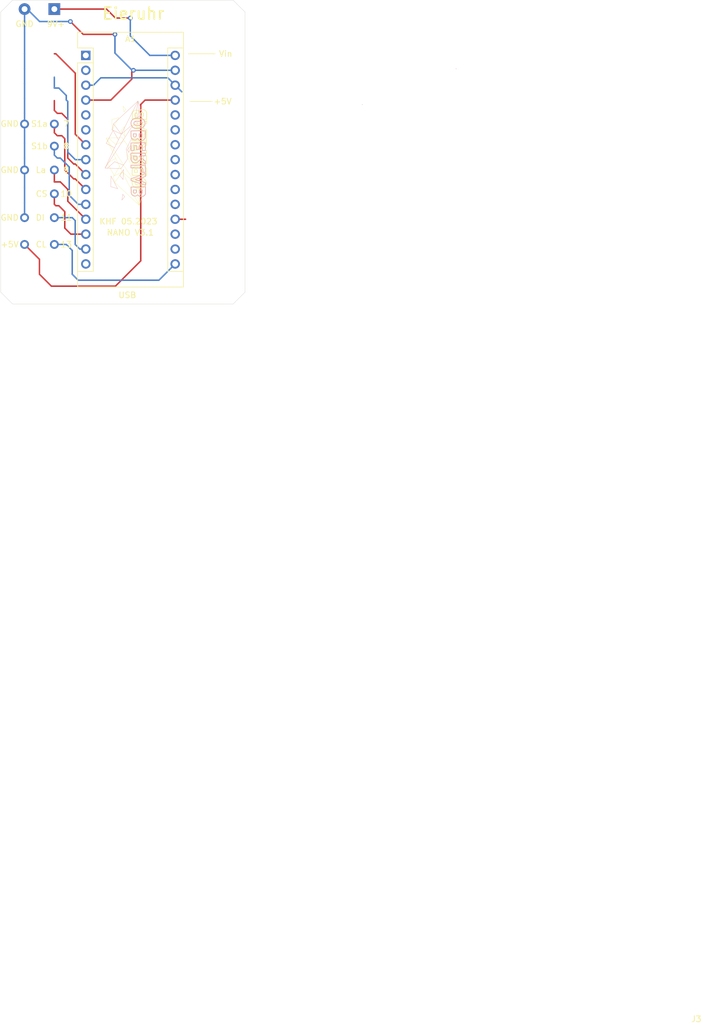
<source format=kicad_pcb>
(kicad_pcb (version 20221018) (generator pcbnew)
  (layers (0 "F.Cu" signal) (31 "B.Cu" signal) (34 "B.Paste" user) (35 "F.Paste" user) (36 "B.SilkS" user "B.Silkscreen") (37 "F.SilkS" user "F.Silkscreen") (38 "B.Mask" user) (39 "F.Mask" user) (44 "Edge.Cuts" user))
  (net 0 "")
  (net 1 "Net-(A1-Pad1)")
  (net 2 "Net-(A1-Pad17)")
  (net 3 "Net-(A1-Pad2)")
  (net 4 "Net-(A1-Pad18)")
  (net 5 "Net-(A1-Pad28)")
  (net 6 "Net-(A1-Pad19)")
  (net 7 "Net-(A1-Pad29)")
  (net 8 "Net-(A1-Pad20)")
  (net 9 "Net-(A1-Pad5)")
  (net 10 "Net-(A1-Pad21)")
  (net 11 "Net-(A1-Pad6)")
  (net 12 "Net-(A1-Pad22)")
  (net 13 "Net-(A1-Pad7)")
  (net 14 "Net-(A1-Pad23)")
  (net 15 "Net-(A1-Pad8)")
  (net 16 "Net-(A1-Pad24)")
  (net 17 "Net-(A1-Pad9)")
  (net 18 "Net-(A1-Pad25)")
  (net 19 "Net-(A1-Pad10)")
  (net 20 "Net-(A1-Pad26)")
  (net 21 "Net-(A1-Pad11)")
  (net 22 "Net-(A1-Pad27)")
  (net 23 "Net-(A1-Pad12)")
  (net 24 "Net-(A1-Pad13)")
  (net 25 "Net-(A1-Pad14)")
  (net 26 "Net-(A1-Pad30)")
  (net 27 "Net-(A1-Pad15)")
  (net 28 "Net-(A1-Pad16)")
  (footprint "Module:Arduino_Nano" (layer "F.Cu") (at 121.951001 312.695001)
    (fp_text reference "A1" (at 7.62 -2.815001) (layer "F.SilkS"))
    (fp_text value "Arduino_Nano_v3.x")
    (fp_line (start -1.4 -3.94) (end -1.4 -1.27) (stroke (width 0.12)) (layer "F.SilkS"))
    (fp_line (start -1.4 1.27) (end -1.4 39.5) (stroke (width 0.12)) (layer "F.SilkS"))
    (fp_line (start -1.4 39.5) (end 16.64 39.5) (stroke (width 0.12)) (layer "F.SilkS"))
    (fp_line (start 1.27 -1.27) (end -1.4 -1.27) (stroke (width 0.12)) (layer "F.SilkS"))
    (fp_line (start 1.27 1.27) (end -1.4 1.27) (stroke (width 0.12)) (layer "F.SilkS"))
    (fp_line (start 1.27 1.27) (end 1.27 -1.27) (stroke (width 0.12)) (layer "F.SilkS"))
    (fp_line (start 1.27 1.27) (end 1.27 36.83) (stroke (width 0.12)) (layer "F.SilkS"))
    (fp_line (start 1.27 36.83) (end -1.4 36.83) (stroke (width 0.12)) (layer "F.SilkS"))
    (fp_line (start 13.97 -1.27) (end 13.97 36.83) (stroke (width 0.12)) (layer "F.SilkS"))
    (fp_line (start 13.97 -1.27) (end 16.64 -1.27) (stroke (width 0.12)) (layer "F.SilkS"))
    (fp_line (start 13.97 36.83) (end 16.64 36.83) (stroke (width 0.12)) (layer "F.SilkS"))
    (fp_line (start 16.64 -3.94) (end -1.4 -3.94) (stroke (width 0.12)) (layer "F.SilkS"))
    (fp_line (start 16.64 39.5) (end 16.64 -3.94) (stroke (width 0.12)) (layer "F.SilkS"))
    (pad "1" thru_hole rect (at 0 0) (size 1.6 1.6) (drill 1) (layers "*.Cu" "*.Mask") (net 1 "Net-(A1-Pad1)"))
    (pad "2" thru_hole oval (at 0 2.54) (size 1.6 1.6) (drill 1) (layers "*.Cu" "*.Mask") (net 3 "Net-(A1-Pad2)"))
    (pad "3" thru_hole oval (at 0 5.08) (size 1.6 1.6) (drill 1) (layers "*.Cu" "*.Mask") (net 5 "Net-(A1-Pad28)"))
    (pad "4" thru_hole oval (at 0 7.62) (size 1.6 1.6) (drill 1) (layers "*.Cu" "*.Mask") (net 7 "Net-(A1-Pad29)"))
    (pad "5" thru_hole oval (at 0 10.16) (size 1.6 1.6) (drill 1) (layers "*.Cu" "*.Mask") (net 9 "Net-(A1-Pad5)"))
    (pad "6" thru_hole oval (at 0 12.7) (size 1.6 1.6) (drill 1) (layers "*.Cu" "*.Mask") (net 11 "Net-(A1-Pad6)"))
    (pad "7" thru_hole oval (at 0 15.24) (size 1.6 1.6) (drill 1) (layers "*.Cu" "*.Mask") (net 13 "Net-(A1-Pad7)"))
    (pad "8" thru_hole oval (at 0 17.78) (size 1.6 1.6) (drill 1) (layers "*.Cu" "*.Mask") (net 15 "Net-(A1-Pad8)"))
    (pad "9" thru_hole oval (at 0 20.32) (size 1.6 1.6) (drill 1) (layers "*.Cu" "*.Mask") (net 17 "Net-(A1-Pad9)"))
    (pad "10" thru_hole oval (at 0 22.86) (size 1.6 1.6) (drill 1) (layers "*.Cu" "*.Mask") (net 19 "Net-(A1-Pad10)"))
    (pad "11" thru_hole oval (at 0 25.4) (size 1.6 1.6) (drill 1) (layers "*.Cu" "*.Mask") (net 21 "Net-(A1-Pad11)"))
    (pad "12" thru_hole oval (at 0 27.94) (size 1.6 1.6) (drill 1) (layers "*.Cu" "*.Mask") (net 23 "Net-(A1-Pad12)"))
    (pad "13" thru_hole oval (at 0 30.48) (size 1.6 1.6) (drill 1) (layers "*.Cu" "*.Mask") (net 24 "Net-(A1-Pad13)"))
    (pad "14" thru_hole oval (at 0 33.02) (size 1.6 1.6) (drill 1) (layers "*.Cu" "*.Mask") (net 25 "Net-(A1-Pad14)"))
    (pad "15" thru_hole oval (at 0 35.56) (size 1.6 1.6) (drill 1) (layers "*.Cu" "*.Mask") (net 27 "Net-(A1-Pad15)"))
    (pad "16" thru_hole oval (at 15.24 35.56) (size 1.6 1.6) (drill 1) (layers "*.Cu" "*.Mask") (net 28 "Net-(A1-Pad16)"))
    (pad "17" thru_hole oval (at 15.24 33.02) (size 1.6 1.6) (drill 1) (layers "*.Cu" "*.Mask") (net 2 "Net-(A1-Pad17)"))
    (pad "18" thru_hole oval (at 15.24 30.48) (size 1.6 1.6) (drill 1) (layers "*.Cu" "*.Mask") (net 4 "Net-(A1-Pad18)"))
    (pad "19" thru_hole oval (at 15.24 27.94) (size 1.6 1.6) (drill 1) (layers "*.Cu" "*.Mask") (net 6 "Net-(A1-Pad19)"))
    (pad "20" thru_hole oval (at 15.24 25.4) (size 1.6 1.6) (drill 1) (layers "*.Cu" "*.Mask") (net 8 "Net-(A1-Pad20)"))
    (pad "21" thru_hole oval (at 15.24 22.86) (size 1.6 1.6) (drill 1) (layers "*.Cu" "*.Mask") (net 10 "Net-(A1-Pad21)"))
    (pad "22" thru_hole oval (at 15.24 20.32) (size 1.6 1.6) (drill 1) (layers "*.Cu" "*.Mask") (net 12 "Net-(A1-Pad22)"))
    (pad "23" thru_hole oval (at 15.24 17.78) (size 1.6 1.6) (drill 1) (layers "*.Cu" "*.Mask") (net 14 "Net-(A1-Pad23)"))
    (pad "24" thru_hole oval (at 15.24 15.24) (size 1.6 1.6) (drill 1) (layers "*.Cu" "*.Mask") (net 16 "Net-(A1-Pad24)"))
    (pad "25" thru_hole oval (at 15.24 12.7) (size 1.6 1.6) (drill 1) (layers "*.Cu" "*.Mask") (net 18 "Net-(A1-Pad25)"))
    (pad "26" thru_hole oval (at 15.24 10.16) (size 1.6 1.6) (drill 1) (layers "*.Cu" "*.Mask") (net 20 "Net-(A1-Pad26)"))
    (pad "27" thru_hole oval (at 15.24 7.62) (size 1.6 1.6) (drill 1) (layers "*.Cu" "*.Mask") (net 22 "Net-(A1-Pad27)"))
    (pad "28" thru_hole oval (at 15.24 5.08) (size 1.6 1.6) (drill 1) (layers "*.Cu" "*.Mask") (net 5 "Net-(A1-Pad28)"))
    (pad "29" thru_hole oval (at 15.24 2.54) (size 1.6 1.6) (drill 1) (layers "*.Cu" "*.Mask") (net 7 "Net-(A1-Pad29)"))
    (pad "30" thru_hole oval (at 15.24 0) (size 1.6 1.6) (drill 1) (layers "*.Cu" "*.Mask") (net 26 "Net-(A1-Pad30)"))
  )
  (footprint "KHF_LIB:9VBAT_khf" (layer "F.Cu") (at 111.506 304.8)
    (fp_text reference "GND" (at 0 2.54) (layer "F.SilkS"))
    (fp_text value "9VBat")
    (pad "1" thru_hole circle (at 0 0) (size 2 2) (drill 1) (layers "*.Cu" "*.Mask") (net 7 "Net-(A1-Pad29)"))
    (pad "2" thru_hole rect (at 5.08 0) (size 2 2) (drill 1) (layers "*.Cu" "*.Mask") (net 26 "Net-(A1-Pad30)"))
  )
  (footprint "!Goody:LP_rund" (layer "F.Cu") (at 116.586 336.296)
    (fp_text reference "LP_rund")
    (fp_text value "LP_rund")
    (pad "1" thru_hole circle (at 0 0) (size 1.5 1.5) (drill 0.9) (layers "*.Cu" "*.Mask") (net 24 "Net-(A1-Pad13)"))
  )
  (footprint "!Goody:ob-logo_F.SilkS" (layer "F.Cu") (at 130.048 329.692 90)
    (fp_text reference "G***" hide)
    (fp_text value "LOGO" hide)
    (fp_poly (pts (xy 8.544723 39.045226) (xy 8.608542 39.109045) (xy 8.672361 39.045226) (xy 8.608542 38.981407) (xy 8.544723 39.045226)) (stroke (width 0.01)) (fill solid) (layer "B.SilkS"))
    (fp_line (start -8.55 1) (end -7.225 1.475) (stroke (width 0.05)) (layer "F.SilkS"))
    (fp_line (start -8.55 1) (end -5.65 0.525) (stroke (width 0.05)) (layer "F.SilkS"))
    (fp_line (start -8.55 1) (end -4.65 -3.175) (stroke (width 0.05)) (layer "F.SilkS"))
    (fp_line (start -7.225 1.475) (end -6.4 1.125) (stroke (width 0.05)) (layer "F.SilkS"))
    (fp_line (start -6.15 1.525) (end -5.575 0.725) (stroke (width 0.05)) (layer "F.SilkS"))
    (fp_line (start -5.875 1.15) (end -8.55 1) (stroke (width 0.05)) (layer "F.SilkS"))
    (fp_line (start -5.65 0.525) (end -5.875 1.15) (stroke (width 0.05)) (layer "F.SilkS"))
    (fp_line (start -5.6 1.25) (end -6.15 1.525) (stroke (width 0.05)) (layer "F.SilkS"))
    (fp_line (start -5.6 1.35) (end -5.6 0.65) (stroke (width 0.12)) (layer "F.SilkS"))
    (fp_line (start -5.1 0.65) (end -5.1 1.35) (stroke (width 0.12)) (layer "F.SilkS"))
    (fp_line (start -5.05 0.5) (end -4.725 0.9) (stroke (width 0.05)) (layer "F.SilkS"))
    (fp_line (start -4.725 0.9) (end -5.1 1.075) (stroke (width 0.05)) (layer "F.SilkS"))
    (fp_line (start -4.65 -3.175) (end -3.625 -3.425) (stroke (width 0.05)) (layer "F.SilkS"))
    (fp_line (start -4.65 -3.175) (end -2.9 -1.85) (stroke (width 0.05)) (layer "F.SilkS"))
    (fp_line (start -4.4 0.65) (end -4.4 1.3) (stroke (width 0.12)) (layer "F.SilkS"))
    (fp_line (start -4.2 -0.025) (end 2.9 -4.625) (stroke (width 0.05)) (layer "F.SilkS"))
    (fp_line (start -3.9 0.65) (end -3.9 1.35) (stroke (width 0.12)) (layer "F.SilkS"))
    (fp_line (start -3.625 -3.425) (end -2.9 -1.85) (stroke (width 0.05)) (layer "F.SilkS"))
    (fp_line (start -3.525 -3.25) (end -1.95 -2.35) (stroke (width 0.05)) (layer "F.SilkS"))
    (fp_line (start -3.5 2.25) (end -2.3 2.25) (stroke (width 0.12)) (layer "F.SilkS"))
    (fp_line (start -3.45 -0.2) (end -3.5 2.25) (stroke (width 0.12)) (layer "F.SilkS"))
    (fp_line (start -2.95 0.2) (end -2.7 0.2) (stroke (width 0.12)) (layer "F.SilkS"))
    (fp_line (start -2.95 0.25) (end -2.95 0.7) (stroke (width 0.12)) (layer "F.SilkS"))
    (fp_line (start -2.95 0.7) (end -2.65 0.7) (stroke (width 0.12)) (layer "F.SilkS"))
    (fp_line (start -2.95 1.2) (end -2.95 1.7) (stroke (width 0.12)) (layer "F.SilkS"))
    (fp_line (start -2.95 1.7) (end -2.5 1.7) (stroke (width 0.12)) (layer "F.SilkS"))
    (fp_line (start -2.949999 1.19505) (end -2.549999 1.19505) (stroke (width 0.12)) (layer "F.SilkS"))
    (fp_line (start -2.9 -1.85) (end -8.55 1) (stroke (width 0.05)) (layer "F.SilkS"))
    (fp_line (start -2.9 -1.85) (end -4.375 -0.125) (stroke (width 0.05)) (layer "F.SilkS"))
    (fp_line (start -2.55 -0.186395) (end -3.45 -0.2) (stroke (width 0.12)) (layer "F.SilkS"))
    (fp_line (start -1.45 2.25) (end -1.35 2.25) (stroke (width 0.12)) (layer "F.SilkS"))
    (fp_line (start -1.4 -0.2) (end -1.45 2.25) (stroke (width 0.12)) (layer "F.SilkS"))
    (fp_line (start -1.35 2.25) (end -0.1 2.25) (stroke (width 0.12)) (layer "F.SilkS"))
    (fp_line (start -1.325 -4.425) (end -3.525 -3.25) (stroke (width 0.05)) (layer "F.SilkS"))
    (fp_line (start -1.325 -4.425) (end -0.575 -3) (stroke (width 0.05)) (layer "F.SilkS"))
    (fp_line (start -0.975 -0.225) (end -0.2 -0.825) (stroke (width 0.05)) (layer "F.SilkS"))
    (fp_line (start -0.95 0.3) (end -0.1 0.3) (stroke (width 0.12)) (layer "F.SilkS"))
    (fp_line (start -0.95 0.75) (end -0.95 0.3) (stroke (width 0.12)) (layer "F.SilkS"))
    (fp_line (start -0.95 1.2) (end -0.3 1.2) (stroke (width 0.12)) (layer "F.SilkS"))
    (fp_line (start -0.95 1.75) (end -0.95 1.2) (stroke (width 0.12)) (layer "F.SilkS"))
    (fp_line (start -0.575 -3) (end -2.9 -1.85) (stroke (width 0.05)) (layer "F.SilkS"))
    (fp_line (start -0.575 -3) (end 2.9 -4.625) (stroke (width 0.05)) (layer "F.SilkS"))
    (fp_line (start -0.325 -1) (end -2.15 -0.1) (stroke (width 0.05)) (layer "F.SilkS"))
    (fp_line (start -0.3 0.75) (end -0.95 0.75) (stroke (width 0.12)) (layer "F.SilkS"))
    (fp_line (start -0.3 1.2) (end -0.3 0.75) (stroke (width 0.12)) (layer "F.SilkS"))
    (fp_line (start -0.2 -0.825) (end 0.2 -0.55) (stroke (width 0.05)) (layer "F.SilkS"))
    (fp_line (start -0.1 -0.2) (end -1.4 -0.2) (stroke (width 0.12)) (layer "F.SilkS"))
    (fp_line (start -0.1 0.3) (end -0.1 -0.2) (stroke (width 0.12)) (layer "F.SilkS"))
    (fp_line (start -0.1 1.75) (end -0.95 1.75) (stroke (width 0.12)) (layer "F.SilkS"))
    (fp_line (start -0.1 2.25) (end -0.1 1.75) (stroke (width 0.12)) (layer "F.SilkS"))
    (fp_line (start 0.2 -0.55) (end -0.775 -0.2) (stroke (width 0.05)) (layer "F.SilkS"))
    (fp_line (start 0.35 -0.2) (end 0.35 2.25) (stroke (width 0.12)) (layer "F.SilkS"))
    (fp_line (start 0.35 2.25) (end 0.8 2.25) (stroke (width 0.12)) (layer "F.SilkS"))
    (fp_line (start 0.8 1.3) (end 0.95 1.3) (stroke (width 0.12)) (layer "F.SilkS"))
    (fp_line (start 0.8 2.25) (end 0.8 1.3) (stroke (width 0.12)) (layer "F.SilkS"))
    (fp_line (start 0.85 0.25) (end 0.85 0.8) (stroke (width 0.12)) (layer "F.SilkS"))
    (fp_line (start 0.85 0.8) (end 1.35 0.8) (stroke (width 0.12)) (layer "F.SilkS"))
    (fp_line (start 0.95 1.3) (end 1.7 2.25) (stroke (width 0.12)) (layer "F.SilkS"))
    (fp_line (start 1.3 0.25) (end 0.85 0.25) (stroke (width 0.12)) (layer "F.SilkS"))
    (fp_line (start 1.35 -0.775) (end -0.325 -1) (stroke (width 0.05)) (layer "F.SilkS"))
    (fp_line (start 1.458731 -0.205406) (end 0.35 -0.2) (stroke (width 0.12)) (layer "F.SilkS"))
    (fp_line (start 1.7 2.25) (end 2.1 2.25) (stroke (width 0.12)) (layer "F.SilkS"))
    (fp_line (start 1.8 -3) (end 2.375 -1.5) (stroke (width 0.05)) (layer "F.SilkS"))
    (fp_line (start 2.1 2.25) (end 2.2 2.25) (stroke (width 0.12)) (layer "F.SilkS"))
    (fp_line (start 2.2 2.25) (end 1.5 1.3) (stroke (width 0.12)) (layer "F.SilkS"))
    (fp_line (start 2.375 2.25) (end 2.4 -0.2) (stroke (width 0.12)) (layer "F.SilkS"))
    (fp_line (start 2.4 -0.2) (end 2.85 -0.2) (stroke (width 0.12)) (layer "F.SilkS"))
    (fp_line (start 2.85 -0.2) (end 2.875 1.8) (stroke (width 0.12)) (layer "F.SilkS"))
    (fp_line (start 2.875 1.8) (end 3.625 1.8) (stroke (width 0.12)) (layer "F.SilkS"))
    (fp_line (start 2.9 -4.625) (end 2.975 -1.9) (stroke (width 0.05)) (layer "F.SilkS"))
    (fp_line (start 2.925 -4.225) (end 1.8 -3) (stroke (width 0.05)) (layer "F.SilkS"))
    (fp_line (start 2.975 -1.9) (end 1.35 -0.775) (stroke (width 0.05)) (layer "F.SilkS"))
    (fp_line (start 3.125 -1.45) (end 4.125 -2.125) (stroke (width 0.05)) (layer "F.SilkS"))
    (fp_line (start 3.625 1.8) (end 3.625 2.25) (stroke (width 0.12)) (layer "F.SilkS"))
    (fp_line (start 3.625 2.25) (end 2.375 2.25) (stroke (width 0.12)) (layer "F.SilkS"))
    (fp_line (start 4.125 -2.125) (end 4.825 -1.55) (stroke (width 0.05)) (layer "F.SilkS"))
    (fp_line (start 4.25 -3.6) (end 6.4 -2.475) (stroke (width 0.05)) (layer "F.SilkS"))
    (fp_line (start 4.3 2.275) (end 3.8 2.275) (stroke (width 0.12)) (layer "F.SilkS"))
    (fp_line (start 4.3 2.275) (end 4.55 1.675) (stroke (width 0.12)) (layer "F.SilkS"))
    (fp_line (start 4.55 1.675) (end 5.15 1.675) (stroke (width 0.12)) (layer "F.SilkS"))
    (fp_line (start 4.575 1.275) (end 5.075 1.275) (stroke (width 0.12)) (layer "F.SilkS"))
    (fp_line (start 4.7 -0.175) (end 3.8 2.275) (stroke (width 0.12)) (layer "F.SilkS"))
    (fp_line (start 4.825 -1.55) (end 3.15 -1.45) (stroke (width 0.05)) (layer "F.SilkS"))
    (fp_line (start 4.85 0.525) (end 4.575 1.275) (stroke (width 0.12)) (layer "F.SilkS"))
    (fp_line (start 5.025 -0.175) (end 4.7 -0.175) (stroke (width 0.12)) (layer "F.SilkS"))
    (fp_line (start 5.075 1.275) (end 4.85 0.525) (stroke (width 0.12)) (layer "F.SilkS"))
    (fp_line (start 5.15 1.675) (end 5.4 2.275) (stroke (width 0.12)) (layer "F.SilkS"))
    (fp_line (start 5.4 2.275) (end 5.8 2.275) (stroke (width 0.12)) (layer "F.SilkS"))
    (fp_line (start 5.8 2.275) (end 5.025 -0.175) (stroke (width 0.12)) (layer "F.SilkS"))
    (fp_line (start 6.05 -3.65) (end 4.25 -3.6) (stroke (width 0.05)) (layer "F.SilkS"))
    (fp_line (start 6.075 2.275) (end 7.275 2.275) (stroke (width 0.12)) (layer "F.SilkS"))
    (fp_line (start 6.125 -0.175) (end 6.075 2.275) (stroke (width 0.12)) (layer "F.SilkS"))
    (fp_line (start 6.4 -2.475) (end 6.05 -3.65) (stroke (width 0.05)) (layer "F.SilkS"))
    (fp_line (start 6.625 0.225) (end 6.875 0.225) (stroke (width 0.12)) (layer "F.SilkS"))
    (fp_line (start 6.625 0.275) (end 6.625 0.725) (stroke (width 0.12)) (layer "F.SilkS"))
    (fp_line (start 6.625 0.725) (end 6.925 0.725) (stroke (width 0.12)) (layer "F.SilkS"))
    (fp_line (start 6.625 1.225) (end 6.625 1.725) (stroke (width 0.12)) (layer "F.SilkS"))
    (fp_line (start 6.625 1.725) (end 7.075 1.725) (stroke (width 0.12)) (layer "F.SilkS"))
    (fp_line (start 6.625001 1.22005) (end 7.025001 1.22005) (stroke (width 0.12)) (layer "F.SilkS"))
    (fp_line (start 7.025 -0.161395) (end 6.125 -0.175) (stroke (width 0.12)) (layer "F.SilkS"))
    (fp_line (start 7.35 -1.6) (end 8.35 -1.75) (stroke (width 0.05)) (layer "F.SilkS"))
    (fp_line (start 7.775 -1.275) (end 7.35 -1.6) (stroke (width 0.05)) (layer "F.SilkS"))
    (fp_line (start 8.35 -1.75) (end 7.775 -1.275) (stroke (width 0.05)) (layer "F.SilkS"))
    (fp_arc (start -5.6 0.65) (mid -4.75 -0.2) (end -3.9 0.65) (stroke (width 0.12)) (layer "F.SilkS"))
    (fp_arc (start -5.1 0.65) (mid -4.75 0.3) (end -4.4 0.65) (stroke (width 0.12)) (layer "F.SilkS"))
    (fp_arc (start -4.4 1.35) (mid -4.75 1.7) (end -5.1 1.35) (stroke (width 0.12)) (layer "F.SilkS"))
    (fp_arc (start -3.9 1.35) (mid -4.75 2.2) (end -5.6 1.35) (stroke (width 0.12)) (layer "F.SilkS"))
    (fp_arc (start -2.710634 0.207464) (mid -2.401873 0.419454) (end -2.65 0.7) (stroke (width 0.12)) (layer "F.SilkS"))
    (fp_arc (start -2.55 -0.186395) (mid -1.962048 0.206462) (end -2.100001 0.899999) (stroke (width 0.12)) (layer "F.SilkS"))
    (fp_arc (start -2.549999 1.19505) (mid -2.296291 1.424879) (end -2.500001 1.699999) (stroke (width 0.12)) (layer "F.SilkS"))
    (fp_arc (start -2.123744 0.941063) (mid -1.813346 1.649195) (end -2.300001 2.249999) (stroke (width 0.12)) (layer "F.SilkS"))
    (fp_arc (start 1.349999 0.250001) (mid 1.527075 0.525) (end 1.349999 0.799999) (stroke (width 0.12)) (layer "F.SilkS"))
    (fp_arc (start 1.458731 -0.205406) (mid 1.991844 0.516428) (end 1.474999 1.249999) (stroke (width 0.12)) (layer "F.SilkS"))
    (fp_arc (start 6.864366 0.232464) (mid 7.173127 0.444454) (end 6.925 0.725) (stroke (width 0.12)) (layer "F.SilkS"))
    (fp_arc (start 7.025 -0.161395) (mid 7.612952 0.231462) (end 7.474999 0.924999) (stroke (width 0.12)) (layer "F.SilkS"))
    (fp_arc (start 7.025001 1.22005) (mid 7.278709 1.449879) (end 7.074999 1.724999) (stroke (width 0.12)) (layer "F.SilkS"))
    (fp_arc (start 7.451256 0.966063) (mid 7.761654 1.674195) (end 7.274999 2.274999) (stroke (width 0.12)) (layer "F.SilkS"))
  )
  (footprint "!Goody:ob-logo_B.SilkS" (layer "F.Cu") (at 146.05 323.596 90)
    (fp_text reference "G***" hide)
    (fp_text value "LOGO" hide)
    (fp_line (start -13.775 -17.95) (end -13.2 -17.475) (stroke (width 0.05)) (layer "B.SilkS"))
    (fp_line (start -13.2 -17.475) (end -12.775 -17.8) (stroke (width 0.05)) (layer "B.SilkS"))
    (fp_line (start -12.775 -17.8) (end -13.775 -17.95) (stroke (width 0.05)) (layer "B.SilkS"))
    (fp_line (start -12.45 -16.361395) (end -11.55 -16.375) (stroke (width 0.12)) (layer "B.SilkS"))
    (fp_line (start -12.050001 -14.97995) (end -12.450001 -14.97995) (stroke (width 0.12)) (layer "B.SilkS"))
    (fp_line (start -12.05 -15.975) (end -12.3 -15.975) (stroke (width 0.12)) (layer "B.SilkS"))
    (fp_line (start -12.05 -15.925) (end -12.05 -15.475) (stroke (width 0.12)) (layer "B.SilkS"))
    (fp_line (start -12.05 -15.475) (end -12.35 -15.475) (stroke (width 0.12)) (layer "B.SilkS"))
    (fp_line (start -12.05 -14.975) (end -12.05 -14.475) (stroke (width 0.12)) (layer "B.SilkS"))
    (fp_line (start -12.05 -14.475) (end -12.5 -14.475) (stroke (width 0.12)) (layer "B.SilkS"))
    (fp_line (start -11.825 -18.675) (end -11.475 -19.85) (stroke (width 0.05)) (layer "B.SilkS"))
    (fp_line (start -11.55 -16.375) (end -11.5 -13.925) (stroke (width 0.12)) (layer "B.SilkS"))
    (fp_line (start -11.5 -13.925) (end -12.7 -13.925) (stroke (width 0.12)) (layer "B.SilkS"))
    (fp_line (start -11.475 -19.85) (end -9.675 -19.8) (stroke (width 0.05)) (layer "B.SilkS"))
    (fp_line (start -11.225 -13.925) (end -10.45 -16.375) (stroke (width 0.12)) (layer "B.SilkS"))
    (fp_line (start -10.825 -13.925) (end -11.225 -13.925) (stroke (width 0.12)) (layer "B.SilkS"))
    (fp_line (start -10.575 -14.525) (end -10.825 -13.925) (stroke (width 0.12)) (layer "B.SilkS"))
    (fp_line (start -10.5 -14.925) (end -10.275 -15.675) (stroke (width 0.12)) (layer "B.SilkS"))
    (fp_line (start -10.45 -16.375) (end -10.125 -16.375) (stroke (width 0.12)) (layer "B.SilkS"))
    (fp_line (start -10.275 -15.675) (end -10 -14.925) (stroke (width 0.12)) (layer "B.SilkS"))
    (fp_line (start -10.25 -17.75) (end -8.575 -17.65) (stroke (width 0.05)) (layer "B.SilkS"))
    (fp_line (start -10.125 -16.375) (end -9.225 -13.925) (stroke (width 0.12)) (layer "B.SilkS"))
    (fp_line (start -10 -14.925) (end -10.5 -14.925) (stroke (width 0.12)) (layer "B.SilkS"))
    (fp_line (start -9.975 -14.525) (end -10.575 -14.525) (stroke (width 0.12)) (layer "B.SilkS"))
    (fp_line (start -9.725 -13.925) (end -9.975 -14.525) (stroke (width 0.12)) (layer "B.SilkS"))
    (fp_line (start -9.725 -13.925) (end -9.225 -13.925) (stroke (width 0.12)) (layer "B.SilkS"))
    (fp_line (start -9.675 -19.8) (end -11.825 -18.675) (stroke (width 0.05)) (layer "B.SilkS"))
    (fp_line (start -9.55 -18.325) (end -10.25 -17.75) (stroke (width 0.05)) (layer "B.SilkS"))
    (fp_line (start -9.05 -14.4) (end -9.05 -13.95) (stroke (width 0.12)) (layer "B.SilkS"))
    (fp_line (start -9.05 -13.95) (end -7.8 -13.95) (stroke (width 0.12)) (layer "B.SilkS"))
    (fp_line (start -8.55 -17.65) (end -9.55 -18.325) (stroke (width 0.05)) (layer "B.SilkS"))
    (fp_line (start -8.4 -18.1) (end -6.775 -16.975) (stroke (width 0.05)) (layer "B.SilkS"))
    (fp_line (start -8.35 -20.425) (end -7.225 -19.2) (stroke (width 0.05)) (layer "B.SilkS"))
    (fp_line (start -8.325 -20.825) (end -8.4 -18.1) (stroke (width 0.05)) (layer "B.SilkS"))
    (fp_line (start -8.3 -14.4) (end -9.05 -14.4) (stroke (width 0.12)) (layer "B.SilkS"))
    (fp_line (start -8.275 -16.4) (end -8.3 -14.4) (stroke (width 0.12)) (layer "B.SilkS"))
    (fp_line (start -7.825 -16.4) (end -8.275 -16.4) (stroke (width 0.12)) (layer "B.SilkS"))
    (fp_line (start -7.8 -13.95) (end -7.825 -16.4) (stroke (width 0.12)) (layer "B.SilkS"))
    (fp_line (start -7.625 -13.95) (end -6.925 -14.9) (stroke (width 0.12)) (layer "B.SilkS"))
    (fp_line (start -7.525 -13.95) (end -7.625 -13.95) (stroke (width 0.12)) (layer "B.SilkS"))
    (fp_line (start -7.225 -19.2) (end -7.8 -17.7) (stroke (width 0.05)) (layer "B.SilkS"))
    (fp_line (start -7.125 -13.95) (end -7.525 -13.95) (stroke (width 0.12)) (layer "B.SilkS"))
    (fp_line (start -6.883731 -16.405406) (end -5.775 -16.4) (stroke (width 0.12)) (layer "B.SilkS"))
    (fp_line (start -6.775 -16.975) (end -5.1 -17.2) (stroke (width 0.05)) (layer "B.SilkS"))
    (fp_line (start -6.725 -15.95) (end -6.275 -15.95) (stroke (width 0.12)) (layer "B.SilkS"))
    (fp_line (start -6.375 -14.9) (end -7.125 -13.95) (stroke (width 0.12)) (layer "B.SilkS"))
    (fp_line (start -6.275 -15.95) (end -6.275 -15.4) (stroke (width 0.12)) (layer "B.SilkS"))
    (fp_line (start -6.275 -15.4) (end -6.775 -15.4) (stroke (width 0.12)) (layer "B.SilkS"))
    (fp_line (start -6.225 -14.9) (end -6.375 -14.9) (stroke (width 0.12)) (layer "B.SilkS"))
    (fp_line (start -6.225 -13.95) (end -6.225 -14.9) (stroke (width 0.12)) (layer "B.SilkS"))
    (fp_line (start -5.775 -16.4) (end -5.775 -13.95) (stroke (width 0.12)) (layer "B.SilkS"))
    (fp_line (start -5.775 -13.95) (end -6.225 -13.95) (stroke (width 0.12)) (layer "B.SilkS"))
    (fp_line (start -5.625 -16.75) (end -4.65 -16.4) (stroke (width 0.05)) (layer "B.SilkS"))
    (fp_line (start -5.325 -16.4) (end -4.025 -16.4) (stroke (width 0.12)) (layer "B.SilkS"))
    (fp_line (start -5.325 -15.9) (end -5.325 -16.4) (stroke (width 0.12)) (layer "B.SilkS"))
    (fp_line (start -5.325 -14.45) (end -4.475 -14.45) (stroke (width 0.12)) (layer "B.SilkS"))
    (fp_line (start -5.325 -13.95) (end -5.325 -14.45) (stroke (width 0.12)) (layer "B.SilkS"))
    (fp_line (start -5.225 -17.025) (end -5.625 -16.75) (stroke (width 0.05)) (layer "B.SilkS"))
    (fp_line (start -5.125 -15.45) (end -4.475 -15.45) (stroke (width 0.12)) (layer "B.SilkS"))
    (fp_line (start -5.125 -15) (end -5.125 -15.45) (stroke (width 0.12)) (layer "B.SilkS"))
    (fp_line (start -5.1 -17.2) (end -3.275 -16.3) (stroke (width 0.05)) (layer "B.SilkS"))
    (fp_line (start -4.85 -19.2) (end -8.325 -20.825) (stroke (width 0.05)) (layer "B.SilkS"))
    (fp_line (start -4.85 -19.2) (end -2.525 -18.05) (stroke (width 0.05)) (layer "B.SilkS"))
    (fp_line (start -4.475 -15.9) (end -5.325 -15.9) (stroke (width 0.12)) (layer "B.SilkS"))
    (fp_line (start -4.475 -15.45) (end -4.475 -15.9) (stroke (width 0.12)) (layer "B.SilkS"))
    (fp_line (start -4.475 -15) (end -5.125 -15) (stroke (width 0.12)) (layer "B.SilkS"))
    (fp_line (start -4.475 -14.45) (end -4.475 -15) (stroke (width 0.12)) (layer "B.SilkS"))
    (fp_line (start -4.45 -16.425) (end -5.225 -17.025) (stroke (width 0.05)) (layer "B.SilkS"))
    (fp_line (start -4.1 -20.625) (end -4.85 -19.2) (stroke (width 0.05)) (layer "B.SilkS"))
    (fp_line (start -4.1 -20.625) (end -1.9 -19.45) (stroke (width 0.05)) (layer "B.SilkS"))
    (fp_line (start -4.075 -13.95) (end -5.325 -13.95) (stroke (width 0.12)) (layer "B.SilkS"))
    (fp_line (start -4.025 -16.4) (end -3.975 -13.95) (stroke (width 0.12)) (layer "B.SilkS"))
    (fp_line (start -3.975 -13.95) (end -4.075 -13.95) (stroke (width 0.12)) (layer "B.SilkS"))
    (fp_line (start -2.875 -16.386395) (end -1.975 -16.4) (stroke (width 0.12)) (layer "B.SilkS"))
    (fp_line (start -2.525 -18.05) (end -1.05 -16.325) (stroke (width 0.05)) (layer "B.SilkS"))
    (fp_line (start -2.525 -18.05) (end 3.125 -15.2) (stroke (width 0.05)) (layer "B.SilkS"))
    (fp_line (start -2.475001 -15.00495) (end -2.875001 -15.00495) (stroke (width 0.12)) (layer "B.SilkS"))
    (fp_line (start -2.475 -16) (end -2.725 -16) (stroke (width 0.12)) (layer "B.SilkS"))
    (fp_line (start -2.475 -15.95) (end -2.475 -15.5) (stroke (width 0.12)) (layer "B.SilkS"))
    (fp_line (start -2.475 -15.5) (end -2.775 -15.5) (stroke (width 0.12)) (layer "B.SilkS"))
    (fp_line (start -2.475 -15) (end -2.475 -14.5) (stroke (width 0.12)) (layer "B.SilkS"))
    (fp_line (start -2.475 -14.5) (end -2.925 -14.5) (stroke (width 0.12)) (layer "B.SilkS"))
    (fp_line (start -1.975 -16.4) (end -1.925 -13.95) (stroke (width 0.12)) (layer "B.SilkS"))
    (fp_line (start -1.925 -13.95) (end -3.125 -13.95) (stroke (width 0.12)) (layer "B.SilkS"))
    (fp_line (start -1.9 -19.45) (end -3.475 -18.55) (stroke (width 0.05)) (layer "B.SilkS"))
    (fp_line (start -1.8 -19.625) (end -2.525 -18.05) (stroke (width 0.05)) (layer "B.SilkS"))
    (fp_line (start -1.525 -15.55) (end -1.525 -14.85) (stroke (width 0.12)) (layer "B.SilkS"))
    (fp_line (start -1.225 -16.225) (end -8.325 -20.825) (stroke (width 0.05)) (layer "B.SilkS"))
    (fp_line (start -1.025 -15.55) (end -1.025 -14.9) (stroke (width 0.12)) (layer "B.SilkS"))
    (fp_line (start -0.775 -19.375) (end -2.525 -18.05) (stroke (width 0.05)) (layer "B.SilkS"))
    (fp_line (start -0.775 -19.375) (end -1.8 -19.625) (stroke (width 0.05)) (layer "B.SilkS"))
    (fp_line (start -0.7 -15.3) (end -0.325 -15.125) (stroke (width 0.05)) (layer "B.SilkS"))
    (fp_line (start -0.375 -15.7) (end -0.7 -15.3) (stroke (width 0.05)) (layer "B.SilkS"))
    (fp_line (start -0.325 -15.55) (end -0.325 -14.85) (stroke (width 0.12)) (layer "B.SilkS"))
    (fp_line (start 0.175 -14.95) (end 0.725 -14.675) (stroke (width 0.05)) (layer "B.SilkS"))
    (fp_line (start 0.175 -14.85) (end 0.175 -15.55) (stroke (width 0.12)) (layer "B.SilkS"))
    (fp_line (start 0.225 -15.675) (end 0.45 -15.05) (stroke (width 0.05)) (layer "B.SilkS"))
    (fp_line (start 0.45 -15.05) (end 3.125 -15.2) (stroke (width 0.05)) (layer "B.SilkS"))
    (fp_line (start 0.725 -14.675) (end 0.15 -15.475) (stroke (width 0.05)) (layer "B.SilkS"))
    (fp_line (start 1.8 -14.725) (end 0.975 -15.075) (stroke (width 0.05)) (layer "B.SilkS"))
    (fp_line (start 3.125 -15.2) (end -0.775 -19.375) (stroke (width 0.05)) (layer "B.SilkS"))
    (fp_line (start 3.125 -15.2) (end 0.225 -15.675) (stroke (width 0.05)) (layer "B.SilkS"))
    (fp_line (start 3.125 -15.2) (end 1.8 -14.725) (stroke (width 0.05)) (layer "B.SilkS"))
    (fp_arc (start -12.899999 -15.275001) (mid -13.037952 -15.968538) (end -12.45 -16.361395) (stroke (width 0.12)) (layer "B.SilkS"))
    (fp_arc (start -12.699999 -13.925001) (mid -13.186654 -14.525805) (end -12.876256 -15.233937) (stroke (width 0.12)) (layer "B.SilkS"))
    (fp_arc (start -12.499999 -14.475001) (mid -12.703709 -14.750121) (end -12.450001 -14.97995) (stroke (width 0.12)) (layer "B.SilkS"))
    (fp_arc (start -12.35 -15.475) (mid -12.598127 -15.755546) (end -12.289366 -15.967536) (stroke (width 0.12)) (layer "B.SilkS"))
    (fp_arc (start -6.899999 -14.950001) (mid -7.416844 -15.683572) (end -6.883731 -16.405406) (stroke (width 0.12)) (layer "B.SilkS"))
    (fp_arc (start -6.774999 -15.400001) (mid -6.952075 -15.675) (end -6.774999 -15.949999) (stroke (width 0.12)) (layer "B.SilkS"))
    (fp_arc (start -3.324999 -15.300001) (mid -3.462952 -15.993538) (end -2.875 -16.386395) (stroke (width 0.12)) (layer "B.SilkS"))
    (fp_arc (start -3.124999 -13.950001) (mid -3.611654 -14.550805) (end -3.301256 -15.258937) (stroke (width 0.12)) (layer "B.SilkS"))
    (fp_arc (start -2.924999 -14.500001) (mid -3.128709 -14.775121) (end -2.875001 -15.00495) (stroke (width 0.12)) (layer "B.SilkS"))
    (fp_arc (start -2.775 -15.5) (mid -3.023127 -15.780546) (end -2.714366 -15.992536) (stroke (width 0.12)) (layer "B.SilkS"))
    (fp_arc (start -1.525 -15.55) (mid -0.675 -16.4) (end 0.175 -15.55) (stroke (width 0.12)) (layer "B.SilkS"))
    (fp_arc (start -1.025 -15.55) (mid -0.675 -15.9) (end -0.325 -15.55) (stroke (width 0.12)) (layer "B.SilkS"))
    (fp_arc (start -0.325 -14.85) (mid -0.675 -14.5) (end -1.025 -14.85) (stroke (width 0.12)) (layer "B.SilkS"))
    (fp_arc (start 0.175 -14.85) (mid -0.675 -14) (end -1.525 -14.85) (stroke (width 0.12)) (layer "B.SilkS"))
    (fp_poly (pts (xy 8.544723 39.045226) (xy 8.608542 39.109045) (xy 8.672361 39.045226) (xy 8.608542 38.981407) (xy 8.544723 39.045226)) (stroke (width 0.01)) (fill solid) (layer "B.SilkS"))
  )
  (footprint "!Goody:LP_rund" (layer "F.Cu") (at 116.586 344.932)
    (fp_text reference "LP_rund")
    (fp_text value "LP_rund")
    (pad "1" thru_hole circle (at 0 0) (size 1.5 1.5) (drill 0.9) (layers "*.Cu" "*.Mask") (net 28 "Net-(A1-Pad16)"))
  )
  (footprint "!Goody:LP_rund" (layer "F.Cu") (at 111.506 340.36)
    (fp_text reference "LP_rund")
    (fp_text value "LP_rund")
    (pad "1" thru_hole circle (at 0 0) (size 1.5 1.5) (drill 0.9) (layers "*.Cu" "*.Mask") (net 7 "Net-(A1-Pad29)"))
  )
  (footprint "!Goody:LP_rund" (layer "F.Cu") (at 111.506 344.932)
    (fp_text reference "LP_rund")
    (fp_text value "LP_rund")
    (pad "1" thru_hole circle (at 0 0) (size 1.5 1.5) (drill 0.9) (layers "*.Cu" "*.Mask") (net 22 "Net-(A1-Pad27)"))
  )
  (footprint "!Goody:LP_rund" (layer "F.Cu") (at 116.586 324.394284)
    (fp_text reference "LP_rund")
    (fp_text value "LP_rund")
    (pad "1" thru_hole circle (at 0 0) (size 1.5 1.5) (drill 0.9) (layers "*.Cu" "*.Mask") (net 19 "Net-(A1-Pad10)"))
  )
  (footprint "!Goody:LP_rund" (layer "F.Cu") (at 111.506 330.2)
    (fp_text reference "LP_rund")
    (fp_text value "LP_rund")
    (pad "1" thru_hole circle (at 0 -5.805716) (size 1.5 1.5) (drill 0.9) (layers "*.Cu" "*.Mask") (net 7 "Net-(A1-Pad29)"))
  )
  (footprint "!Goody:LP_rund" (layer "F.Cu") (at 116.586 328.168)
    (fp_text reference "LP_rund")
    (fp_text value "LP_rund")
    (pad "1" thru_hole circle (at 0 0) (size 1.5 1.5) (drill 0.9) (layers "*.Cu" "*.Mask") (net 21 "Net-(A1-Pad11)"))
  )
  (footprint "" (layer "F.Cu") (at 112.268 348.488)
    (fp_text reference "" (at 114.046 123.444) (layer "F.SilkS") (effects (font (size 1.27 1.27))))
    (fp_text value "" (at 114.046 123.444) (layer "F.SilkS") (effects (font (size 1.27 1.27))))
    (fp_text user "J3" (at 113.792 128.524 -180) (layer "F.SilkS"))
  )
  (footprint "!Goody:LP_rund" (layer "F.Cu") (at 111.506 335.13486)
    (fp_text reference "LP_rund")
    (fp_text value "LP_rund")
    (pad "1" thru_hole circle (at 0 -2.90286) (size 1.5 1.5) (drill 0.9) (layers "*.Cu" "*.Mask") (net 7 "Net-(A1-Pad29)"))
  )
  (footprint "!Goody:LP_rund" (layer "F.Cu") (at 116.586 340.36)
    (fp_text reference "LP_rund")
    (fp_text value "LP_rund")
    (pad "1" thru_hole circle (at 0 0) (size 1.5 1.5) (drill 0.9) (layers "*.Cu" "*.Mask") (net 25 "Net-(A1-Pad14)"))
  )
  (footprint "!Goody:LP_rund" (layer "F.Cu") (at 116.586 332.232)
    (fp_text reference "LP_rund")
    (fp_text value "LP_rund")
    (pad "1" thru_hole circle (at 0 0) (size 1.5 1.5) (drill 0.9) (layers "*.Cu" "*.Mask") (net 23 "Net-(A1-Pad12)"))
  )
  (gr_line (start 139.446 312.42) (end 144.018 312.42) (stroke (width 0.12)) (layer "F.SilkS"))
  (gr_line (start 139.7 320.548) (end 143.51 320.548) (stroke (width 0.12)) (layer "F.SilkS"))
  (gr_line (start 107.442 353.06) (end 107.442 305.308) (stroke (width 0.05)) (layer "Edge.Cuts"))
  (gr_line (start 109.474 303.276) (end 147.066 303.276) (stroke (width 0.05)) (layer "Edge.Cuts"))
  (gr_line (start 107.442 305.308) (end 109.474 303.276) (stroke (width 0.05)) (layer "Edge.Cuts"))
  (gr_line (start 147.066 355.092) (end 149.098 353.06) (stroke (width 0.05)) (layer "Edge.Cuts"))
  (gr_line (start 147.066 355.092) (end 109.474 355.092) (stroke (width 0.05)) (layer "Edge.Cuts"))
  (gr_line (start 149.098 305.308) (end 147.066 303.276) (stroke (width 0.05)) (layer "Edge.Cuts"))
  (gr_line (start 149.098 305.308) (end 149.098 353.06) (stroke (width 0.05)) (layer "Edge.Cuts"))
  (gr_line (start 107.442 353.06) (end 109.474 355.092) (stroke (width 0.05)) (layer "Edge.Cuts"))
  (gr_text "11" (at 118.618 340.36) (layer "F.SilkS") (effects (font (size 1 1))))
  (gr_text "8" (at 118.618 328.168) (layer "F.SilkS") (effects (font (size 1 1))))
  (gr_text "10" (at 118.618 336.296) (layer "F.SilkS") (effects (font (size 1 1))))
  (gr_text "9" (at 118.618 332.232) (layer "F.SilkS") (effects (font (size 1 1))))
  (gr_text "7" (at 118.618 324.358) (layer "F.SilkS") (effects (font (size 1 1))))
  (gr_text "Vin" (at 145.796 312.42) (layer "F.SilkS") (effects (font (size 1 1))))
  (gr_text "+5V" (at 145.288 320.548) (layer "F.SilkS") (effects (font (size 1 1))))
  (gr_text "USB" (at 129.032 353.568) (layer "F.SilkS") (effects (font (size 1 1))))
  (gr_text "CL" (at 114.347619 344.932) (layer "F.SilkS") (effects (font (size 1 1))))
  (gr_text "GND" (at 108.966 340.36) (layer "F.SilkS") (effects (font (size 1 1))))
  (gr_text "+5V" (at 108.966 344.932) (layer "F.SilkS") (effects (font (size 1 1))))
  (gr_text "13" (at 118.618 344.932) (layer "F.SilkS") (effects (font (size 1 1))))
  (gr_text "GND" (at 108.966 332.232) (layer "F.SilkS") (effects (font (size 1 1))))
  (gr_text "S1a" (at 114.046 324.358) (layer "F.SilkS") (effects (font (size 1 1))))
  (gr_text "GND" (at 108.966 324.358) (layer "F.SilkS") (effects (font (size 1 1))))
  (gr_text "9V+" (at 116.84 307.34) (layer "F.SilkS") (effects (font (size 1 1))))
  (gr_text "La" (at 114.3 332.232) (layer "F.SilkS") (effects (font (size 1 1))))
  (gr_text "KHF 05.2023" (at 129.22 341.01) (layer "F.SilkS") (effects (font (size 1 1))))
  (gr_text "CS" (at 114.419047 336.296) (layer "F.SilkS") (effects (font (size 1 1))))
  (gr_text "NANO V3.1" (at 129.54 342.9) (layer "F.SilkS") (effects (font (size 1 1))))
  (gr_text "DI" (at 114.180952 340.36) (layer "F.SilkS") (effects (font (size 1 1))))
  (gr_text "Eieruhr" (at 130.048 305.562) (layer "F.SilkS") (effects (font (size 2 2) (thickness 0.3))))
  (gr_text "S1b" (at 114.046 328.168) (layer "F.SilkS") (effects (font (size 1 1))))
  (segment (start 138.316002 318.900002) (end 137.191001 317.775001) (width 0.25) (layer "B.Cu") (net 5))
  (segment (start 121.951001 317.775001) (end 123.254999 317.775001) (width 0.25) (layer "B.Cu") (net 5))
  (segment (start 135.936 316.52) (end 137.191001 317.775001) (width 0.25) (layer "B.Cu") (net 5))
  (segment (start 123.254999 317.775001) (end 124.51 316.52) (width 0.25) (layer "B.Cu") (net 5))
  (segment (start 124.51 316.52) (end 135.936 316.52) (width 0.25) (layer "B.Cu") (net 5))
  (segment (start 137.191001 340.635001) (end 138.959001 340.635001) (width 0.25) (layer "F.Cu") (net 6))
  (segment (start 129.794 315.510002) (end 130.069001 315.235001) (width 0.25) (layer "F.Cu") (net 7))
  (segment (start 121.51 309.11) (end 119.32 306.92) (width 0.25) (layer "F.Cu") (net 7))
  (segment (start 129.794 316.738) (end 129.794 315.510002) (width 0.25) (layer "F.Cu") (net 7))
  (segment (start 126.216999 320.315001) (end 129.794 316.738) (width 0.25) (layer "F.Cu") (net 7))
  (segment (start 126.92 309.11) (end 121.51 309.11) (width 0.25) (layer "F.Cu") (net 7))
  (segment (start 121.951001 320.315001) (end 126.216999 320.315001) (width 0.25) (layer "F.Cu") (net 7))
  (via (at 126.92 309.11) (size 0.8) (drill 0.4) (layers "F.Cu" "B.Cu") (net 7))
  (via (at 130.069001 315.235001) (size 0.8) (drill 0.4) (layers "F.Cu" "B.Cu") (net 7))
  (via (at 119.32 306.92) (size 0.8) (drill 0.4) (layers "F.Cu" "B.Cu") (net 7))
  (segment (start 111.95 304.8) (end 111.506 304.8) (width 0.25) (layer "B.Cu") (net 7))
  (segment (start 111.506 330.2) (end 111.506 332.74) (width 0.25) (layer "B.Cu") (net 7))
  (segment (start 111.506 325.12) (end 111.506 327.66) (width 0.25) (layer "B.Cu") (net 7))
  (segment (start 111.506 312.42) (end 111.506 314.96) (width 0.25) (layer "B.Cu") (net 7))
  (segment (start 111.506 335.28) (end 111.506 337.82) (width 0.25) (layer "B.Cu") (net 7))
  (segment (start 111.506 332.74) (end 111.506 335.28) (width 0.25) (layer "B.Cu") (net 7))
  (segment (start 111.506 327.66) (end 111.506 330.2) (width 0.25) (layer "B.Cu") (net 7))
  (segment (start 137.191001 315.235001) (end 130.069001 315.235001) (width 0.25) (layer "B.Cu") (net 7))
  (segment (start 111.506 308.864) (end 111.506 312.42) (width 0.25) (layer "B.Cu") (net 7))
  (segment (start 111.506 320.04) (end 111.506 322.58) (width 0.25) (layer "B.Cu") (net 7))
  (segment (start 130.069001 315.235001) (end 129.855001 315.235001) (width 0.25) (layer "B.Cu") (net 7))
  (segment (start 111.506 337.82) (end 111.506 340.36) (width 0.25) (layer "B.Cu") (net 7))
  (segment (start 111.506 304.8) (end 111.506 308.864) (width 0.25) (layer "B.Cu") (net 7))
  (segment (start 111.506 322.58) (end 111.506 325.12) (width 0.25) (layer "B.Cu") (net 7))
  (segment (start 114.07 306.92) (end 111.95 304.8) (width 0.25) (layer "B.Cu") (net 7))
  (segment (start 119.32 306.92) (end 114.07 306.92) (width 0.25) (layer "B.Cu") (net 7))
  (segment (start 126.92 312.3) (end 126.92 309.11) (width 0.25) (layer "B.Cu") (net 7))
  (segment (start 111.506 314.96) (end 111.506 317.5) (width 0.25) (layer "B.Cu") (net 7))
  (segment (start 111.506 317.5) (end 111.506 320.04) (width 0.25) (layer "B.Cu") (net 7))
  (segment (start 129.855001 315.235001) (end 126.92 312.3) (width 0.25) (layer "B.Cu") (net 7))
  (segment (start 120.152 326.136) (end 120.152 315.732) (width 0.25) (layer "F.Cu") (net 13))
  (segment (start 121.951001 327.935001) (end 120.152 326.136) (width 0.25) (layer "F.Cu") (net 13))
  (segment (start 120.152 315.732) (end 116.84 312.42) (width 0.25) (layer "F.Cu") (net 13))
  (segment (start 116.84 312.42) (end 116.586 312.42) (width 0.25) (layer "F.Cu") (net 13))
  (segment (start 118.618 319.532) (end 117.348 318.262) (width 0.25) (layer "B.Cu") (net 15))
  (segment (start 118.872 329.184) (end 118.872 320.548) (width 0.25) (layer "B.Cu") (net 15))
  (segment (start 121.951001 330.475001) (end 120.163001 330.475001) (width 0.25) (layer "B.Cu") (net 15))
  (segment (start 120.163001 330.475001) (end 118.872 329.184) (width 0.25) (layer "B.Cu") (net 15))
  (segment (start 116.586 316.411428) (end 116.586 318.262) (width 0.25) (layer "B.Cu") (net 15))
  (segment (start 116.586 318.262) (end 117.348 318.262) (width 0.25) (layer "B.Cu") (net 15))
  (segment (start 118.618 320.294) (end 118.618 319.532) (width 0.25) (layer "B.Cu") (net 15))
  (segment (start 118.872 320.548) (end 118.618 320.294) (width 0.25) (layer "B.Cu") (net 15))
  (segment (start 119.888 331.216) (end 118.872 330.2) (width 0.25) (layer "F.Cu") (net 17))
  (segment (start 117.856 322.58) (end 117.094 322.58) (width 0.25) (layer "F.Cu") (net 17))
  (segment (start 118.872 323.596) (end 117.856 322.58) (width 0.25) (layer "F.Cu") (net 17))
  (segment (start 118.872 330.2) (end 118.872 323.596) (width 0.25) (layer "F.Cu") (net 17))
  (segment (start 117.094 322.58) (end 116.586 322.072) (width 0.25) (layer "F.Cu") (net 17))
  (segment (start 120.152 331.216) (end 119.888 331.216) (width 0.25) (layer "F.Cu") (net 17))
  (segment (start 116.586 322.072) (end 116.586 320.402856) (width 0.25) (layer "F.Cu") (net 17))
  (segment (start 121.951001 333.015001) (end 120.152 331.216) (width 0.25) (layer "F.Cu") (net 17))
  (segment (start 120.152 333.756) (end 119.888 333.756) (width 0.25) (layer "F.Cu") (net 19))
  (segment (start 118.364 332.232) (end 118.364 326.898) (width 0.25) (layer "F.Cu") (net 19))
  (segment (start 117.856 326.39) (end 117.094 326.39) (width 0.25) (layer "F.Cu") (net 19))
  (segment (start 121.951001 335.555001) (end 120.152 333.756) (width 0.25) (layer "F.Cu") (net 19))
  (segment (start 119.888 333.756) (end 118.364 332.232) (width 0.25) (layer "F.Cu") (net 19))
  (segment (start 116.65 325.174) (end 116.65 325.13) (width 0.25) (layer "F.Cu") (net 19))
  (segment (start 117.094 326.39) (end 116.586 325.882) (width 0.25) (layer "F.Cu") (net 19))
  (segment (start 118.364 326.898) (end 117.856 326.39) (width 0.25) (layer "F.Cu") (net 19))
  (segment (start 116.586 325.882) (end 116.586 324.394284) (width 0.25) (layer "F.Cu") (net 19))
  (segment (start 116.65 327.714) (end 116.65 327.67) (width 0.25) (layer "F.Cu") (net 21))
  (segment (start 121.951001 338.095001) (end 120.671001 338.095001) (width 0.25) (layer "B.Cu") (net 21))
  (segment (start 119.126 336.55) (end 119.126 331.724) (width 0.25) (layer "B.Cu") (net 21))
  (segment (start 116.586 329.692) (end 116.586 328.168) (width 0.25) (layer "B.Cu") (net 21))
  (segment (start 117.094 330.2) (end 116.586 329.692) (width 0.25) (layer "B.Cu") (net 21))
  (segment (start 120.671001 338.095001) (end 119.126 336.55) (width 0.25) (layer "B.Cu") (net 21))
  (segment (start 117.602 330.2) (end 117.094 330.2) (width 0.25) (layer "B.Cu") (net 21))
  (segment (start 119.126 331.724) (end 117.602 330.2) (width 0.25) (layer "B.Cu") (net 21))
  (segment (start 116.078 352.044) (end 127 352.044) (width 0.25) (layer "F.Cu") (net 22))
  (segment (start 127 352.044) (end 131.318 347.726) (width 0.25) (layer "F.Cu") (net 22))
  (segment (start 131.318 321.056) (end 132.058999 320.315001) (width 0.25) (layer "F.Cu") (net 22))
  (segment (start 132.058999 320.315001) (end 137.191001 320.315001) (width 0.25) (layer "F.Cu") (net 22))
  (segment (start 114.046 350.012) (end 116.078 352.044) (width 0.25) (layer "F.Cu") (net 22))
  (segment (start 131.318 347.726) (end 131.318 321.056) (width 0.25) (layer "F.Cu") (net 22))
  (segment (start 114.046 347.472) (end 111.506 344.932) (width 0.25) (layer "F.Cu") (net 22))
  (segment (start 114.046 350.012) (end 114.046 347.472) (width 0.25) (layer "F.Cu") (net 22))
  (segment (start 118.882 335.544) (end 117.602 334.264) (width 0.25) (layer "F.Cu") (net 23))
  (segment (start 118.882 337.566) (end 118.882 335.544) (width 0.25) (layer "F.Cu") (net 23))
  (segment (start 121.951001 340.635001) (end 118.882 337.566) (width 0.25) (layer "F.Cu") (net 23))
  (segment (start 116.586 334.264) (end 116.586 332.232) (width 0.25) (layer "F.Cu") (net 23))
  (segment (start 117.602 334.264) (end 116.586 334.264) (width 0.25) (layer "F.Cu") (net 23))
  (segment (start 121.951001 343.175001) (end 119.401001 343.175001) (width 0.25) (layer "F.Cu") (net 24))
  (segment (start 119.401001 343.175001) (end 118.364 342.138) (width 0.25) (layer "F.Cu") (net 24))
  (segment (start 116.84 338.328) (end 116.586 338.074) (width 0.25) (layer "F.Cu") (net 24))
  (segment (start 118.364 339.344) (end 117.348 338.328) (width 0.25) (layer "F.Cu") (net 24))
  (segment (start 118.364 342.138) (end 118.364 339.344) (width 0.25) (layer "F.Cu") (net 24))
  (segment (start 116.586 338.074) (end 116.586 336.296) (width 0.25) (layer "F.Cu") (net 24))
  (segment (start 117.348 338.328) (end 116.84 338.328) (width 0.25) (layer "F.Cu") (net 24))
  (segment (start 120.925001 345.715001) (end 121.951001 345.715001) (width 0.25) (layer "B.Cu") (net 25))
  (segment (start 120.142 340.868) (end 120.142 344.932) (width 0.25) (layer "B.Cu") (net 25))
  (segment (start 120.142 344.932) (end 120.925001 345.715001) (width 0.25) (layer "B.Cu") (net 25))
  (segment (start 116.586 340.36) (end 119.634 340.36) (width 0.25) (layer "B.Cu") (net 25))
  (segment (start 119.634 340.36) (end 120.142 340.868) (width 0.25) (layer "B.Cu") (net 25))
  (segment (start 127 306.324) (end 129.54 306.324) (width 0.25) (layer "F.Cu") (net 26))
  (segment (start 125.476 304.8) (end 127 306.324) (width 0.25) (layer "F.Cu") (net 26))
  (segment (start 116.586 304.8) (end 125.476 304.8) (width 0.25) (layer "F.Cu") (net 26))
  (via (at 129.54 306.324) (size 0.8) (drill 0.4) (layers "F.Cu" "B.Cu") (net 26))
  (segment (start 129.54 309.372) (end 129.54 306.324) (width 0.25) (layer "B.Cu") (net 26))
  (segment (start 132.863001 312.695001) (end 129.54 309.372) (width 0.25) (layer "B.Cu") (net 26))
  (segment (start 137.191001 312.695001) (end 132.863001 312.695001) (width 0.25) (layer "B.Cu") (net 26))
  (segment (start 120.65 351.028) (end 119.634 350.012) (width 0.25) (layer "B.Cu") (net 28))
  (segment (start 134.418002 351.028) (end 120.65 351.028) (width 0.25) (layer "B.Cu") (net 28))
  (segment (start 119.634 350.012) (end 119.634 345.948) (width 0.25) (layer "B.Cu") (net 28))
  (segment (start 119.634 345.948) (end 118.618 344.932) (width 0.25) (layer "B.Cu") (net 28))
  (segment (start 137.191001 348.255001) (end 134.418002 351.028) (width 0.25) (layer "B.Cu") (net 28))
  (segment (start 118.618 344.932) (end 116.586 344.932) (width 0.25) (layer "B.Cu") (net 28))
)
</source>
